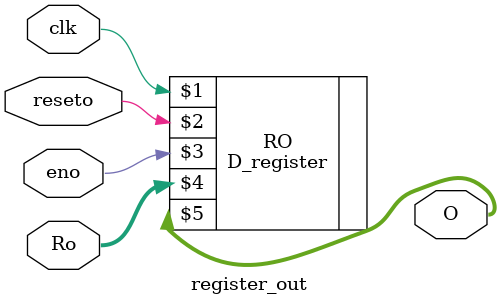
<source format=v>
module register_out(clk,Ro,reseto,eno,O);
	input clk,eno,reseto;
	input [3:0] Ro;
	output [3:0] O;
	
	D_register RO (clk,reseto,eno,Ro,O);
	

endmodule
</source>
